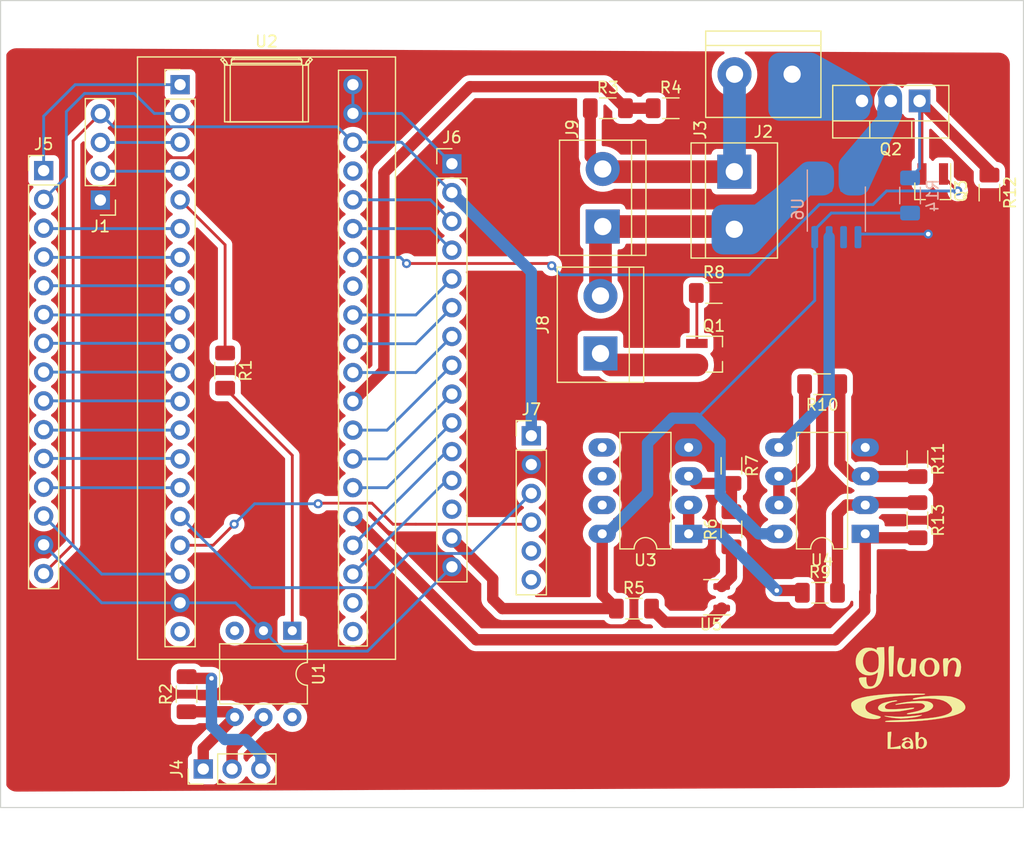
<source format=kicad_pcb>
(kicad_pcb (version 20211014) (generator pcbnew)
  (layers (0 "F.Cu" signal) (31 "B.Cu" signal) (34 "B.Paste" user) (35 "F.Paste" user) (36 "B.SilkS" user "B.Silkscreen") (37 "F.SilkS" user "F.Silkscreen") (38 "B.Mask" user) (39 "F.Mask" user) (44 "Edge.Cuts" user))
  (net 0 "")
  (net 1 "LIPO_NEG")
  (net 2 "Net-(J1-Pad2)")
  (net 3 "Net-(J1-Pad3)")
  (net 4 "+3V3")
  (net 5 "LIPO_POS")
  (net 6 "V_ESC_N")
  (net 7 "ESC_PWM")
  (net 8 "ESC_5V")
  (net 9 "ESC_GND")
  (net 10 "PB12")
  (net 11 "PB13")
  (net 12 "PA9")
  (net 13 "PA10")
  (net 14 "PA11")
  (net 15 "PA12")
  (net 16 "PA15")
  (net 17 "PA3")
  (net 18 "PB5")
  (net 19 "PB6")
  (net 20 "PB7")
  (net 21 "+5V")
  (net 22 "PB11")
  (net 23 "PB10")
  (net 24 "PA7")
  (net 25 "PA6")
  (net 26 "PA5")
  (net 27 "PA2")
  (net 28 "PA1")
  (net 29 "PC15")
  (net 30 "PC14")
  (net 31 "PC13")
  (net 32 "INA_SCL")
  (net 33 "INA_SDA")
  (net 36 "Net-(J8-Pad1)")
  (net 37 "LOW_PATH_ACT")
  (net 38 "Net-(Q2-Pad1)")
  (net 39 "Net-(Q2-Pad2)")
  (net 40 "HIGH_PATH_ACT")
  (net 41 "PWM_TO_ESC")
  (net 42 "Net-(R1-Pad2)")
  (net 43 "V_FEEDBACK")
  (net 44 "Net-(R5-Pad2)")
  (net 45 "Net-(R6-Pad2)")
  (net 46 "Net-(R9-Pad1)")
  (net 47 "Net-(R13-Pad1)")
  (net 48 "Net-(R10-Pad1)")
  (net 49 "Net-(R10-Pad2)")
  (net 50 "HIGH_CURRENT_ADC_adap")
  (net 56 "HIGH_CURRENT_ADC")
  (net 61 "PB3")
  (net 62 "PB4")
  (footprint "Resistor_SMD:R_1206_3216Metric_Pad1.30x1.75mm_HandSolder" (layer "F.Cu") (at 179 67.15 -90)
    (fp_text reference "R12" (at 0 -1.82 90) (layer "F.SilkS"))
    (fp_text value "100k")
    (pad "1" smd roundrect (at -1.55 0 270) (size 1.3 1.75) (layers "F.Cu" "F.Paste" "F.Mask") (roundrect_rratio 0.192308) (net 38 "Net-(Q2-Pad1)"))
    (pad "2" smd roundrect (at 1.55 0 270) (size 1.3 1.75) (layers "F.Cu" "F.Paste" "F.Mask") (roundrect_rratio 0.192308) (net 1 "LIPO_NEG"))
  )
  (footprint "Package_DIP:DIP-8_W7.62mm_LongPads" (layer "F.Cu") (at 152.475 97.25 180)
    (fp_text reference "U3" (at 3.81 -2.33) (layer "F.SilkS"))
    (fp_text value "LM358")
    (pad "1" thru_hole rect (at 0 0 180) (size 2.4 1.6) (drill 0.8) (layers *.Cu *.Mask) (net 46 "Net-(R9-Pad1)"))
    (pad "2" thru_hole oval (at 0 2.54 180) (size 2.4 1.6) (drill 0.8) (layers *.Cu *.Mask) (net 46 "Net-(R9-Pad1)"))
    (pad "3" thru_hole oval (at 0 5.08 180) (size 2.4 1.6) (drill 0.8) (layers *.Cu *.Mask) (net 45 "Net-(R6-Pad2)"))
    (pad "4" thru_hole oval (at 0 7.62 180) (size 2.4 1.6) (drill 0.8) (layers *.Cu *.Mask) (net 1 "LIPO_NEG"))
    (pad "5" thru_hole oval (at 7.62 7.62 180) (size 2.4 1.6) (drill 0.8) (layers *.Cu *.Mask))
    (pad "6" thru_hole oval (at 7.62 5.08 180) (size 2.4 1.6) (drill 0.8) (layers *.Cu *.Mask))
    (pad "7" thru_hole oval (at 7.62 2.54 180) (size 2.4 1.6) (drill 0.8) (layers *.Cu *.Mask))
    (pad "8" thru_hole oval (at 7.62 0 180) (size 2.4 1.6) (drill 0.8) (layers *.Cu *.Mask) (net 21 "+5V"))
  )
  (footprint "Resistor_SMD:R_1206_3216Metric_Pad1.30x1.75mm_HandSolder" (layer "F.Cu") (at 164.05 102.45)
    (fp_text reference "R9" (at 0 -1.82) (layer "F.SilkS"))
    (fp_text value "20k")
    (pad "1" smd roundrect (at -1.55 0) (size 1.3 1.75) (layers "F.Cu" "F.Paste" "F.Mask") (roundrect_rratio 0.192308) (net 46 "Net-(R9-Pad1)"))
    (pad "2" smd roundrect (at 1.55 0) (size 1.3 1.75) (layers "F.Cu" "F.Paste" "F.Mask") (roundrect_rratio 0.192308) (net 47 "Net-(R13-Pad1)"))
  )
  (footprint "Package_TO_SOT_SMD:SOT-23_Handsoldering" (layer "F.Cu") (at 154.7 81.4)
    (fp_text reference "Q1" (at 0 -2.5) (layer "F.SilkS"))
    (fp_text value "IRLML2502")
    (pad "1" smd rect (at -1.5 -0.95) (size 1.9 0.8) (layers "F.Cu" "F.Paste" "F.Mask") (net 37 "LOW_PATH_ACT"))
    (pad "2" smd rect (at -1.5 0.95) (size 1.9 0.8) (layers "F.Cu" "F.Paste" "F.Mask") (net 36 "Net-(J8-Pad1)"))
    (pad "3" smd rect (at 1.5 0) (size 1.9 0.8) (layers "F.Cu" "F.Paste" "F.Mask") (net 1 "LIPO_NEG"))
  )
  (footprint "Package_DIP:DIP-6_W7.62mm" (layer "F.Cu") (at 117.525 105.8 -90)
    (fp_text reference "U1" (at 3.81 -2.33 90) (layer "F.SilkS"))
    (fp_text value "4N25")
    (pad "1" thru_hole rect (at 0 0 270) (size 1.6 1.6) (drill 0.8) (layers *.Cu *.Mask) (net 42 "Net-(R1-Pad2)"))
    (pad "2" thru_hole oval (at 0 2.54 270) (size 1.6 1.6) (drill 0.8) (layers *.Cu *.Mask) (net 1 "LIPO_NEG"))
    (pad "3" thru_hole oval (at 0 5.08 270) (size 1.6 1.6) (drill 0.8) (layers *.Cu *.Mask))
    (pad "4" thru_hole oval (at 7.62 5.08 270) (size 1.6 1.6) (drill 0.8) (layers *.Cu *.Mask) (net 7 "ESC_PWM"))
    (pad "5" thru_hole oval (at 7.62 2.54 270) (size 1.6 1.6) (drill 0.8) (layers *.Cu *.Mask) (net 8 "ESC_5V"))
    (pad "6" thru_hole oval (at 7.62 0 270) (size 1.6 1.6) (drill 0.8) (layers *.Cu *.Mask))
  )
  (footprint "Connector_PinHeader_2.54mm:PinHeader_1x06_P2.54mm_Vertical" (layer "F.Cu") (at 138.6 88.6)
    (fp_text reference "J7" (at 0 -2.33) (layer "F.SilkS"))
    (fp_text value "UNA219_IF")
    (pad "1" thru_hole rect (at 0 0) (size 1.7 1.7) (drill 1) (layers *.Cu *.Mask) (net 4 "+3V3"))
    (pad "2" thru_hole oval (at 0 2.54) (size 1.7 1.7) (drill 1) (layers *.Cu *.Mask) (net 1 "LIPO_NEG"))
    (pad "3" thru_hole oval (at 0 5.08) (size 1.7 1.7) (drill 1) (layers *.Cu *.Mask) (net 32 "INA_SCL"))
    (pad "4" thru_hole oval (at 0 7.62) (size 1.7 1.7) (drill 1) (layers *.Cu *.Mask) (net 33 "INA_SDA"))
    (pad "5" thru_hole oval (at 0 10.16) (size 1.7 1.7) (drill 1) (layers *.Cu *.Mask))
    (pad "6" thru_hole oval (at 0 12.7) (size 1.7 1.7) (drill 1) (layers *.Cu *.Mask))
  )
  (footprint "Connector_PinHeader_2.54mm:PinHeader_1x04_P2.54mm_Vertical" (layer "F.Cu") (at 100.6 67.8 180)
    (fp_text reference "J1" (at 0 -2.33) (layer "F.SilkS"))
    (fp_text value "LoadCell")
    (pad "1" thru_hole rect (at 0 0 180) (size 1.7 1.7) (drill 1) (layers *.Cu *.Mask) (net 1 "LIPO_NEG"))
    (pad "2" thru_hole oval (at 0 2.54 180) (size 1.7 1.7) (drill 1) (layers *.Cu *.Mask) (net 2 "Net-(J1-Pad2)"))
    (pad "3" thru_hole oval (at 0 5.08 180) (size 1.7 1.7) (drill 1) (layers *.Cu *.Mask) (net 3 "Net-(J1-Pad3)"))
    (pad "4" thru_hole oval (at 0 7.62 180) (size 1.7 1.7) (drill 1) (layers *.Cu *.Mask) (net 4 "+3V3"))
  )
  (footprint "Connector_PinHeader_2.54mm:PinHeader_1x15_P2.54mm_Vertical" (layer "F.Cu") (at 131.6 64.6)
    (fp_text reference "J6" (at 0 -2.33) (layer "F.SilkS"))
    (fp_text value "H2")
    (pad "1" thru_hole rect (at 0 0) (size 1.7 1.7) (drill 1) (layers *.Cu *.Mask) (net 1 "LIPO_NEG"))
    (pad "2" thru_hole oval (at 0 2.54) (size 1.7 1.7) (drill 1) (layers *.Cu *.Mask) (net 4 "+3V3"))
    (pad "3" thru_hole oval (at 0 5.08) (size 1.7 1.7) (drill 1) (layers *.Cu *.Mask) (net 22 "PB11"))
    (pad "4" thru_hole oval (at 0 7.62) (size 1.7 1.7) (drill 1) (layers *.Cu *.Mask) (net 23 "PB10"))
    (pad "5" thru_hole oval (at 0 10.16) (size 1.7 1.7) (drill 1) (layers *.Cu *.Mask) (net 24 "PA7"))
    (pad "6" thru_hole oval (at 0 12.7) (size 1.7 1.7) (drill 1) (layers *.Cu *.Mask) (net 25 "PA6"))
    (pad "7" thru_hole oval (at 0 15.24) (size 1.7 1.7) (drill 1) (layers *.Cu *.Mask) (net 26 "PA5"))
    (pad "8" thru_hole oval (at 0 17.78) (size 1.7 1.7) (drill 1) (layers *.Cu *.Mask) (net 17 "PA3"))
    (pad "9" thru_hole oval (at 0 20.32) (size 1.7 1.7) (drill 1) (layers *.Cu *.Mask) (net 27 "PA2"))
    (pad "10" thru_hole oval (at 0 22.86) (size 1.7 1.7) (drill 1) (layers *.Cu *.Mask) (net 28 "PA1"))
    (pad "11" thru_hole oval (at 0 25.4) (size 1.7 1.7) (drill 1) (layers *.Cu *.Mask) (net 29 "PC15"))
    (pad "12" thru_hole oval (at 0 27.94) (size 1.7 1.7) (drill 1) (layers *.Cu *.Mask) (net 30 "PC14"))
    (pad "13" thru_hole oval (at 0 30.48) (size 1.7 1.7) (drill 1) (layers *.Cu *.Mask) (net 31 "PC13"))
    (pad "14" thru_hole oval (at 0 33.02) (size 1.7 1.7) (drill 1) (layers *.Cu *.Mask) (net 21 "+5V"))
    (pad "15" thru_hole oval (at 0 35.56) (size 1.7 1.7) (drill 1) (layers *.Cu *.Mask) (net 1 "LIPO_NEG"))
  )
  (footprint "TerminalBlock:TerminalBlock_bornier-2_P5.08mm" (layer "F.Cu") (at 156.5 65.3 -90)
    (fp_text reference "J3" (at -3.7 3 90) (layer "F.SilkS"))
    (fp_text value "ALIM_ESC")
    (pad "1" thru_hole rect (at 0 0 270) (size 3 3) (drill 1.52) (layers *.Cu *.Mask) (net 5 "LIPO_POS"))
    (pad "2" thru_hole circle (at 5.08 0 270) (size 3 3) (drill 1.52) (layers *.Cu *.Mask) (net 6 "V_ESC_N"))
  )
  (footprint "STM32_Blue_Pill:LogoGluon_12mm" (layer "F.Cu") (at 171.8 111.4)
    (fp_text reference "G***" hide)
    (fp_text value "LOGO" hide)
  )
  (footprint "Resistor_SMD:R_1206_3216Metric_Pad1.30x1.75mm_HandSolder" (layer "F.Cu") (at 145.35 59.7)
    (fp_text reference "R3" (at 0 -1.82) (layer "F.SilkS"))
    (fp_text value "4k7")
    (pad "1" smd roundrect (at -1.55 0) (size 1.3 1.75) (layers "F.Cu" "F.Paste" "F.Mask") (roundrect_rratio 0.192308) (net 5 "LIPO_POS"))
    (pad "2" smd roundrect (at 1.55 0) (size 1.3 1.75) (layers "F.Cu" "F.Paste" "F.Mask") (roundrect_rratio 0.192308) (net 43 "V_FEEDBACK"))
  )
  (footprint "TerminalBlock:TerminalBlock_bornier-2_P5.08mm" (layer "F.Cu") (at 144.9 70.14 90)
    (fp_text reference "J9" (at 8.6 -2.7 90) (layer "F.SilkS"))
    (fp_text value "DC_MOTOR")
    (pad "1" thru_hole rect (at 0 0 90) (size 3 3) (drill 1.52) (layers *.Cu *.Mask) (net 6 "V_ESC_N"))
    (pad "2" thru_hole circle (at 5.08 0 90) (size 3 3) (drill 1.52) (layers *.Cu *.Mask) (net 5 "LIPO_POS"))
  )
  (footprint "Package_DIP:DIP-8_W7.62mm_LongPads" (layer "F.Cu") (at 168.05 97.25 180)
    (fp_text reference "U4" (at 3.81 -2.33) (layer "F.SilkS"))
    (fp_text value "LM358")
    (pad "1" thru_hole rect (at 0 0 180) (size 2.4 1.6) (drill 0.8) (layers *.Cu *.Mask) (net 50 "HIGH_CURRENT_ADC_adap"))
    (pad "2" thru_hole oval (at 0 2.54 180) (size 2.4 1.6) (drill 0.8) (layers *.Cu *.Mask) (net 47 "Net-(R13-Pad1)"))
    (pad "3" thru_hole oval (at 0 5.08 180) (size 2.4 1.6) (drill 0.8) (layers *.Cu *.Mask) (net 48 "Net-(R10-Pad1)"))
    (pad "4" thru_hole oval (at 0 7.62 180) (size 2.4 1.6) (drill 0.8) (layers *.Cu *.Mask) (net 1 "LIPO_NEG"))
    (pad "5" thru_hole oval (at 7.62 7.62 180) (size 2.4 1.6) (drill 0.8) (layers *.Cu *.Mask) (net 56 "HIGH_CURRENT_ADC"))
    (pad "6" thru_hole oval (at 7.62 5.08 180) (size 2.4 1.6) (drill 0.8) (layers *.Cu *.Mask) (net 49 "Net-(R10-Pad2)"))
    (pad "7" thru_hole oval (at 7.62 2.54 180) (size 2.4 1.6) (drill 0.8) (layers *.Cu *.Mask) (net 49 "Net-(R10-Pad2)"))
    (pad "8" thru_hole oval (at 7.62 0 180) (size 2.4 1.6) (drill 0.8) (layers *.Cu *.Mask) (net 21 "+5V"))
  )
  (footprint "Resistor_SMD:R_1206_3216Metric_Pad1.30x1.75mm_HandSolder" (layer "F.Cu") (at 147.65 103.85)
    (fp_text reference "R5" (at 0 -1.82) (layer "F.SilkS"))
    (fp_text value "100")
    (pad "1" smd roundrect (at -1.55 0) (size 1.3 1.75) (layers "F.Cu" "F.Paste" "F.Mask") (roundrect_rratio 0.192308) (net 21 "+5V"))
    (pad "2" smd roundrect (at 1.55 0) (size 1.3 1.75) (layers "F.Cu" "F.Paste" "F.Mask") (roundrect_rratio 0.192308) (net 44 "Net-(R5-Pad2)"))
  )
  (footprint "Package_TO_SOT_SMD:SOT-23" (layer "F.Cu") (at 154.45 102.85 180)
    (fp_text reference "U5" (at 0 -2.4) (layer "F.SilkS"))
    (fp_text value "TL432DBZ")
    (pad "1" smd roundrect (at -0.9375 -0.95 180) (size 1.475 0.6) (layers "F.Cu" "F.Paste" "F.Mask") (net 44 "Net-(R5-Pad2)"))
    (pad "2" smd roundrect (at -0.9375 0.95 180) (size 1.475 0.6) (layers "F.Cu" "F.Paste" "F.Mask") (net 44 "Net-(R5-Pad2)"))
    (pad "3" smd roundrect (at 0.9375 0 180) (size 1.475 0.6) (layers "F.Cu" "F.Paste" "F.Mask") (net 1 "LIPO_NEG"))
  )
  (footprint "Resistor_SMD:R_1206_3216Metric_Pad1.30x1.75mm_HandSolder" (layer "F.Cu") (at 111.6 82.85 -90)
    (fp_text reference "R1" (at 0 -1.82 90) (layer "F.SilkS"))
    (fp_text value "220")
    (pad "1" smd roundrect (at -1.55 0 270) (size 1.3 1.75) (layers "F.Cu" "F.Paste" "F.Mask") (roundrect_rratio 0.192308) (net 41 "PWM_TO_ESC"))
    (pad "2" smd roundrect (at 1.55 0 270) (size 1.3 1.75) (layers "F.Cu" "F.Paste" "F.Mask") (roundrect_rratio 0.192308) (net 42 "Net-(R1-Pad2)"))
  )
  (footprint "Connector_PinHeader_2.54mm:PinHeader_1x15_P2.54mm_Vertical" (layer "F.Cu") (at 95.6 65.2)
    (fp_text reference "J5" (at 0 -2.33) (layer "F.SilkS"))
    (fp_text value "H1")
    (pad "1" thru_hole rect (at 0 0) (size 1.7 1.7) (drill 1) (layers *.Cu *.Mask) (net 10 "PB12"))
    (pad "2" thru_hole oval (at 0 2.54) (size 1.7 1.7) (drill 1) (layers *.Cu *.Mask) (net 11 "PB13"))
    (pad "3" thru_hole oval (at 0 5.08) (size 1.7 1.7) (drill 1) (layers *.Cu *.Mask) (net 12 "PA9"))
    (pad "4" thru_hole oval (at 0 7.62) (size 1.7 1.7) (drill 1) (layers *.Cu *.Mask) (net 13 "PA10"))
    (pad "5" thru_hole oval (at 0 10.16) (size 1.7 1.7) (drill 1) (layers *.Cu *.Mask) (net 14 "PA11"))
    (pad "6" thru_hole oval (at 0 12.7) (size 1.7 1.7) (drill 1) (layers *.Cu *.Mask) (net 15 "PA12"))
    (pad "7" thru_hole oval (at 0 15.24) (size 1.7 1.7) (drill 1) (layers *.Cu *.Mask) (net 16 "PA15"))
    (pad "8" thru_hole oval (at 0 17.78) (size 1.7 1.7) (drill 1) (layers *.Cu *.Mask) (net 61 "PB3"))
    (pad "9" thru_hole oval (at 0 20.32) (size 1.7 1.7) (drill 1) (layers *.Cu *.Mask) (net 62 "PB4"))
    (pad "10" thru_hole oval (at 0 22.86) (size 1.7 1.7) (drill 1) (layers *.Cu *.Mask) (net 18 "PB5"))
    (pad "11" thru_hole oval (at 0 25.4) (size 1.7 1.7) (drill 1) (layers *.Cu *.Mask) (net 19 "PB6"))
    (pad "12" thru_hole oval (at 0 27.94) (size 1.7 1.7) (drill 1) (layers *.Cu *.Mask) (net 20 "PB7"))
    (pad "13" thru_hole oval (at 0 30.48) (size 1.7 1.7) (drill 1) (layers *.Cu *.Mask) (net 21 "+5V"))
    (pad "14" thru_hole oval (at 0 33.02) (size 1.7 1.7) (drill 1) (layers *.Cu *.Mask) (net 1 "LIPO_NEG"))
    (pad "15" thru_hole oval (at 0 35.56) (size 1.7 1.7) (drill 1) (layers *.Cu *.Mask) (net 4 "+3V3"))
  )
  (footprint "Package_TO_SOT_SMD:SOT-23_Handsoldering" (layer "F.Cu") (at 174 67 -90)
    (fp_text reference "Q3" (at 0 -2.5 -270) (layer "F.SilkS"))
    (fp_text value "IRLML2502")
    (pad "1" smd rect (at -1.5 -0.95 270) (size 1.9 0.8) (layers "F.Cu" "F.Paste" "F.Mask") (net 40 "HIGH_PATH_ACT"))
    (pad "2" smd rect (at -1.5 0.95 270) (size 1.9 0.8) (layers "F.Cu" "F.Paste" "F.Mask") (net 38 "Net-(Q2-Pad1)"))
    (pad "3" smd rect (at 1.5 0 270) (size 1.9 0.8) (layers "F.Cu" "F.Paste" "F.Mask") (net 1 "LIPO_NEG"))
  )
  (footprint "Package_TO_SOT_THT:TO-220-3_Vertical" (layer "F.Cu") (at 172.84 59.055 180)
    (fp_text reference "Q2" (at 2.54 -4.27) (layer "F.SilkS"))
    (fp_text value "IRF3808")
    (pad "1" thru_hole rect (at 0 0 180) (size 1.905 2) (drill 1.1) (layers *.Cu *.Mask) (net 38 "Net-(Q2-Pad1)"))
    (pad "2" thru_hole oval (at 2.54 0 180) (size 1.905 2) (drill 1.1) (layers *.Cu *.Mask) (net 39 "Net-(Q2-Pad2)"))
    (pad "3" thru_hole oval (at 5.08 0 180) (size 1.905 2) (drill 1.1) (layers *.Cu *.Mask) (net 1 "LIPO_NEG"))
  )
  (footprint "Resistor_SMD:R_1206_3216Metric_Pad1.30x1.75mm_HandSolder" (layer "F.Cu") (at 150.9 59.7)
    (fp_text reference "R4" (at 0 -1.82) (layer "F.SilkS"))
    (fp_text value "1k")
    (pad "1" smd roundrect (at -1.55 0) (size 1.3 1.75) (layers "F.Cu" "F.Paste" "F.Mask") (roundrect_rratio 0.192308) (net 43 "V_FEEDBACK"))
    (pad "2" smd roundrect (at 1.55 0) (size 1.3 1.75) (layers "F.Cu" "F.Paste" "F.Mask") (roundrect_rratio 0.192308) (net 1 "LIPO_NEG"))
  )
  (footprint "TerminalBlock:TerminalBlock_bornier-2_P5.08mm" (layer "F.Cu") (at 161.6 56.7 180)
    (fp_text reference "J2" (at 2.54 -5.08) (layer "F.SilkS"))
    (fp_text value "FROM_LIPO")
    (pad "1" thru_hole rect (at 0 0 180) (size 3 3) (drill 1.52) (layers *.Cu *.Mask) (net 1 "LIPO_NEG"))
    (pad "2" thru_hole circle (at 5.08 0 180) (size 3 3) (drill 1.52) (layers *.Cu *.Mask) (net 5 "LIPO_POS"))
  )
  (footprint "Resistor_SMD:R_1206_3216Metric_Pad1.30x1.75mm_HandSolder" (layer "F.Cu") (at 156.25 96.85 90)
    (fp_text reference "R6" (at 0 -1.82 90) (layer "F.SilkS"))
    (fp_text value "1k")
    (pad "1" smd roundrect (at -1.55 0 90) (size 1.3 1.75) (layers "F.Cu" "F.Paste" "F.Mask") (roundrect_rratio 0.192308) (net 44 "Net-(R5-Pad2)"))
    (pad "2" smd roundrect (at 1.55 0 90) (size 1.3 1.75) (layers "F.Cu" "F.Paste" "F.Mask") (roundrect_rratio 0.192308) (net 45 "Net-(R6-Pad2)"))
  )
  (footprint "Resistor_SMD:R_1206_3216Metric_Pad1.30x1.75mm_HandSolder" (layer "F.Cu") (at 156.25 91.25 -90)
    (fp_text reference "R7" (at 0 -1.82 90) (layer "F.SilkS"))
    (fp_text value "4k7")
    (pad "1" smd roundrect (at -1.55 0 270) (size 1.3 1.75) (layers "F.Cu" "F.Paste" "F.Mask") (roundrect_rratio 0.192308) (net 1 "LIPO_NEG"))
    (pad "2" smd roundrect (at 1.55 0 270) (size 1.3 1.75) (layers "F.Cu" "F.Paste" "F.Mask") (roundrect_rratio 0.192308) (net 45 "Net-(R6-Pad2)"))
  )
  (footprint "Connector_PinHeader_2.54mm:PinHeader_1x03_P2.54mm_Vertical" (layer "F.Cu") (at 109.675 118 90)
    (fp_text reference "J4" (at 0 -2.33 90) (layer "F.SilkS"))
    (fp_text value "ESC_PWM_CONTROL")
    (pad "1" thru_hole rect (at 0 0 90) (size 1.7 1.7) (drill 1) (layers *.Cu *.Mask) (net 7 "ESC_PWM"))
    (pad "2" thru_hole oval (at 0 2.54 90) (size 1.7 1.7) (drill 1) (layers *.Cu *.Mask) (net 8 "ESC_5V"))
    (pad "3" thru_hole oval (at 0 5.08 90) (size 1.7 1.7) (drill 1) (layers *.Cu *.Mask) (net 9 "ESC_GND"))
  )
  (footprint "Resistor_SMD:R_1206_3216Metric_Pad1.30x1.75mm_HandSolder" (layer "F.Cu") (at 164.25 84.05 180)
    (fp_text reference "R10" (at 0 -1.82) (layer "F.SilkS"))
    (fp_text value "20k")
    (pad "1" smd roundrect (at -1.55 0 180) (size 1.3 1.75) (layers "F.Cu" "F.Paste" "F.Mask") (roundrect_rratio 0.192308) (net 48 "Net-(R10-Pad1)"))
    (pad "2" smd roundrect (at 1.55 0 180) (size 1.3 1.75) (layers "F.Cu" "F.Paste" "F.Mask") (roundrect_rratio 0.192308) (net 49 "Net-(R10-Pad2)"))
  )
  (footprint "Resistor_SMD:R_1206_3216Metric_Pad1.30x1.75mm_HandSolder" (layer "F.Cu") (at 172.65 96.05 -90)
    (fp_text reference "R13" (at 0 -1.82 90) (layer "F.SilkS"))
    (fp_text value "20k")
    (pad "1" smd roundrect (at -1.55 0 270) (size 1.3 1.75) (layers "F.Cu" "F.Paste" "F.Mask") (roundrect_rratio 0.192308) (net 47 "Net-(R13-Pad1)"))
    (pad "2" smd roundrect (at 1.55 0 270) (size 1.3 1.75) (layers "F.Cu" "F.Paste" "F.Mask") (roundrect_rratio 0.192308) (net 50 "HIGH_CURRENT_ADC_adap"))
  )
  (footprint "Resistor_SMD:R_1206_3216Metric_Pad1.30x1.75mm_HandSolder" (layer "F.Cu") (at 108.2 111.4 90)
    (fp_text reference "R2" (at 0 -1.82 90) (layer "F.SilkS"))
    (fp_text value "1k")
    (pad "1" smd roundrect (at -1.55 0 90) (size 1.3 1.75) (layers "F.Cu" "F.Paste" "F.Mask") (roundrect_rratio 0.192308) (net 7 "ESC_PWM"))
    (pad "2" smd roundrect (at 1.55 0 90) (size 1.3 1.75) (layers "F.Cu" "F.Paste" "F.Mask") (roundrect_rratio 0.192308) (net 9 "ESC_GND"))
  )
  (footprint "Resistor_SMD:R_1206_3216Metric_Pad1.30x1.75mm_HandSolder" (layer "F.Cu") (at 172.65 90.65 -90)
    (fp_text reference "R11" (at 0 -1.82 90) (layer "F.SilkS"))
    (fp_text value "20k")
    (pad "1" smd roundrect (at -1.55 0 270) (size 1.3 1.75) (layers "F.Cu" "F.Paste" "F.Mask") (roundrect_rratio 0.192308) (net 1 "LIPO_NEG"))
    (pad "2" smd roundrect (at 1.55 0 270) (size 1.3 1.75) (layers "F.Cu" "F.Paste" "F.Mask") (roundrect_rratio 0.192308) (net 48 "Net-(R10-Pad1)"))
  )
  (footprint "STM32_Blue_Pill:YAAJ_BluePill_1b" (layer "F.Cu") (at 107.63 57.62)
    (fp_text reference "U2" (at 7.62 -3.81) (layer "F.SilkS"))
    (fp_text value "YAAJ_BluePill_Part_Like" hide)
    (pad "1" thru_hole rect locked (at 0 0) (size 1.7 1.7) (drill 1) (layers *.Cu *.Mask) (net 10 "PB12"))
    (pad "2" thru_hole circle locked (at 0 2.54) (size 1.7 1.7) (drill 1) (layers *.Cu *.Mask) (net 11 "PB13"))
    (pad "3" thru_hole circle locked (at 0 5.08) (size 1.7 1.7) (drill 1) (layers *.Cu *.Mask) (net 3 "Net-(J1-Pad3)"))
    (pad "4" thru_hole circle locked (at 0 7.62) (size 1.7 1.7) (drill 1) (layers *.Cu *.Mask) (net 2 "Net-(J1-Pad2)"))
    (pad "5" thru_hole circle locked (at 0 10.16) (size 1.7 1.7) (drill 1) (layers *.Cu *.Mask) (net 41 "PWM_TO_ESC"))
    (pad "6" thru_hole circle locked (at 0 12.7) (size 1.7 1.7) (drill 1) (layers *.Cu *.Mask) (net 12 "PA9"))
    (pad "7" thru_hole circle locked (at 0 15.24) (size 1.7 1.7) (drill 1) (layers *.Cu *.Mask) (net 13 "PA10"))
    (pad "8" thru_hole circle locked (at 0 17.78) (size 1.7 1.7) (drill 1) (layers *.Cu *.Mask) (net 14 "PA11"))
    (pad "9" thru_hole circle locked (at 0 20.32) (size 1.7 1.7) (drill 1) (layers *.Cu *.Mask) (net 15 "PA12"))
    (pad "10" thru_hole circle locked (at 0 22.86) (size 1.7 1.7) (drill 1) (layers *.Cu *.Mask) (net 16 "PA15"))
    (pad "11" thru_hole circle locked (at 0 25.4) (size 1.7 1.7) (drill 1) (layers *.Cu *.Mask) (net 61 "PB3"))
    (pad "12" thru_hole circle locked (at 0 27.94) (size 1.7 1.7) (drill 1) (layers *.Cu *.Mask) (net 62 "PB4"))
    (pad "13" thru_hole circle locked (at 0 30.48) (size 1.7 1.7) (drill 1) (layers *.Cu *.Mask) (net 18 "PB5"))
    (pad "14" thru_hole circle locked (at 0 33.02) (size 1.7 1.7) (drill 1) (layers *.Cu *.Mask) (net 19 "PB6"))
    (pad "15" thru_hole circle locked (at 0 35.56) (size 1.7 1.7) (drill 1) (layers *.Cu *.Mask) (net 20 "PB7"))
    (pad "16" thru_hole circle locked (at 0 38.1) (size 1.7 1.7) (drill 1) (layers *.Cu *.Mask) (net 32 "INA_SCL"))
    (pad "17" thru_hole circle locked (at 0 40.64) (size 1.7 1.7) (drill 1) (layers *.Cu *.Mask) (net 33 "INA_SDA"))
    (pad "18" thru_hole circle locked (at 0 43.18) (size 1.7 1.7) (drill 1) (layers *.Cu *.Mask) (net 21 "+5V"))
    (pad "19" thru_hole circle locked (at 0 45.72) (size 1.7 1.7) (drill 1) (layers *.Cu *.Mask) (net 1 "LIPO_NEG"))
    (pad "20" thru_hole circle locked (at 0 48.26) (size 1.7 1.7) (drill 1) (layers *.Cu *.Mask))
    (pad "21" thru_hole circle locked (at 15.24 48.26) (size 1.7 1.7) (drill 1) (layers *.Cu *.Mask))
    (pad "22" thru_hole circle locked (at 15.24 45.72) (size 1.7 1.7) (drill 1) (layers *.Cu *.Mask) (net 31 "PC13"))
    (pad "23" thru_hole circle locked (at 15.24 43.18) (size 1.7 1.7) (drill 1) (layers *.Cu *.Mask) (net 30 "PC14"))
    (pad "24" thru_hole circle locked (at 15.24 40.64) (size 1.7 1.7) (drill 1) (layers *.Cu *.Mask) (net 29 "PC15"))
    (pad "25" thru_hole circle locked (at 15.24 38.1) (size 1.7 1.7) (drill 1) (layers *.Cu *.Mask) (net 50 "HIGH_CURRENT_ADC_adap"))
    (pad "26" thru_hole circle locked (at 15.24 35.56) (size 1.7 1.7) (drill 1) (layers *.Cu *.Mask) (net 28 "PA1"))
    (pad "27" thru_hole circle locked (at 15.24 33.02) (size 1.7 1.7) (drill 1) (layers *.Cu *.Mask) (net 27 "PA2"))
    (pad "28" thru_hole circle locked (at 15.24 30.48) (size 1.7 1.7) (drill 1) (layers *.Cu *.Mask) (net 17 "PA3"))
    (pad "29" thru_hole circle locked (at 15.24 27.94) (size 1.7 1.7) (drill 1) (layers *.Cu *.Mask) (net 43 "V_FEEDBACK"))
    (pad "30" thru_hole circle locked (at 15.24 25.4) (size 1.7 1.7) (drill 1) (layers *.Cu *.Mask) (net 26 "PA5"))
    (pad "31" thru_hole circle locked (at 15.24 22.86) (size 1.7 1.7) (drill 1) (layers *.Cu *.Mask) (net 25 "PA6"))
    (pad "32" thru_hole circle locked (at 15.24 20.32) (size 1.7 1.7) (drill 1) (layers *.Cu *.Mask) (net 24 "PA7"))
    (pad "33" thru_hole circle locked (at 15.24 17.78) (size 1.7 1.7) (drill 1) (layers *.Cu *.Mask) (net 37 "LOW_PATH_ACT"))
    (pad "34" thru_hole circle locked (at 15.24 15.24) (size 1.7 1.7) (drill 1) (layers *.Cu *.Mask) (net 40 "HIGH_PATH_ACT"))
    (pad "35" thru_hole circle locked (at 15.24 12.7) (size 1.7 1.7) (drill 1) (layers *.Cu *.Mask) (net 23 "PB10"))
    (pad "36" thru_hole circle locked (at 15.24 10.16) (size 1.7 1.7) (drill 1) (layers *.Cu *.Mask) (net 22 "PB11"))
    (pad "37" thru_hole circle locked (at 15.24 7.62) (size 1.7 1.7) (drill 1) (layers *.Cu *.Mask))
    (pad "38" thru_hole circle locked (at 15.24 5.08) (size 1.7 1.7) (drill 1) (layers *.Cu *.Mask) (net 4 "+3V3"))
    (pad "39" thru_hole circle locked (at 15.24 2.54) (size 1.7 1.7) (drill 1) (layers *.Cu *.Mask) (net 1 "LIPO_NEG"))
    (pad "40" thru_hole circle locked (at 15.24 0) (size 1.7 1.7) (drill 1) (layers *.Cu *.Mask) (net 1 "LIPO_NEG"))
  )
  (footprint "TerminalBlock:TerminalBlock_bornier-2_P5.08mm" (layer "F.Cu") (at 144.7 81.34 90)
    (fp_text reference "J8" (at 2.54 -5.08 90) (layer "F.SilkS"))
    (fp_text value "INA219_CURRENT")
    (pad "1" thru_hole rect (at 0 0 90) (size 3 3) (drill 1.52) (layers *.Cu *.Mask) (net 36 "Net-(J8-Pad1)"))
    (pad "2" thru_hole circle (at 5.08 0 90) (size 3 3) (drill 1.52) (layers *.Cu *.Mask) (net 6 "V_ESC_N"))
  )
  (footprint "Resistor_SMD:R_1206_3216Metric_Pad1.30x1.75mm_HandSolder" (layer "F.Cu") (at 154.7 76)
    (fp_text reference "R8" (at 0 -1.82) (layer "F.SilkS"))
    (fp_text value "10k")
    (pad "1" smd roundrect (at -1.55 0) (size 1.3 1.75) (layers "F.Cu" "F.Paste" "F.Mask") (roundrect_rratio 0.192308) (net 37 "LOW_PATH_ACT"))
    (pad "2" smd roundrect (at 1.55 0) (size 1.3 1.75) (layers "F.Cu" "F.Paste" "F.Mask") (roundrect_rratio 0.192308) (net 1 "LIPO_NEG"))
  )
  (footprint "Package_SO:SOIC-8_3.9x4.9mm_P1.27mm" (layer "B.Cu") (at 165.5 68.6 -90)
    (fp_text reference "U6" (at 0 3.4 90) (layer "B.SilkS") (effects (justify mirror)))
    (fp_text value "ACS712xLCTR-20A")
    (pad "1" smd roundrect (at -2.475 1.905 270) (size 1.95 0.6) (layers "B.Cu" "B.Paste" "B.Mask") (net 6 "V_ESC_N"))
    (pad "2" smd roundrect (at -2.475 0.635 270) (size 1.95 0.6) (layers "B.Cu" "B.Paste" "B.Mask") (net 6 "V_ESC_N"))
    (pad "3" smd roundrect (at -2.475 -0.635 270) (size 1.95 0.6) (layers "B.Cu" "B.Paste" "B.Mask") (net 39 "Net-(Q2-Pad2)"))
    (pad "4" smd roundrect (at -2.475 -1.905 270) (size 1.95 0.6) (layers "B.Cu" "B.Paste" "B.Mask") (net 39 "Net-(Q2-Pad2)"))
    (pad "5" smd roundrect (at 2.475 -1.905 270) (size 1.95 0.6) (layers "B.Cu" "B.Paste" "B.Mask") (net 1 "LIPO_NEG"))
    (pad "6" smd roundrect (at 2.475 -0.635 270) (size 1.95 0.6) (layers "B.Cu" "B.Paste" "B.Mask"))
    (pad "7" smd roundrect (at 2.475 0.635 270) (size 1.95 0.6) (layers "B.Cu" "B.Paste" "B.Mask") (net 56 "HIGH_CURRENT_ADC"))
    (pad "8" smd roundrect (at 2.475 1.905 270) (size 1.95 0.6) (layers "B.Cu" "B.Paste" "B.Mask") (net 21 "+5V"))
  )
  (footprint "Resistor_SMD:R_1206_3216Metric_Pad1.30x1.75mm_HandSolder" (layer "B.Cu") (at 172 67.4 90)
    (fp_text reference "R14" (at 0 2 90) (layer "B.SilkS") (effects (justify mirror)))
    (fp_text value "1K")
    (pad "1" smd roundrect (at -1.55 0 90) (size 1.3 1.75) (layers "B.Cu" "B.Paste" "B.Mask") (roundrect_rratio 0.192308) (net 21 "+5V"))
    (pad "2" smd roundrect (at 1.55 0 90) (size 1.3 1.75) (layers "B.Cu" "B.Paste" "B.Mask") (roundrect_rratio 0.192308) (net 38 "Net-(Q2-Pad1)"))
  )
  (gr_rect (start 91.8 50.2) (end 182 121.4) (layer "Edge.Cuts") (width 0.1) (fill none))
  (segment (start 152.475 89.63) (end 151.87 89.63) (width 1) (layer "F.Cu") (net 1))
  (segment (start 152.545 89.7) (end 152.475 89.63) (width 1) (layer "F.Cu") (net 1))
  (segment (start 161.6 76) (end 161.6 56.7) (width 2) (layer "F.Cu") (net 1))
  (segment (start 169.1 68.5) (end 161.6 76) (width 2) (layer "F.Cu") (net 1))
  (segment (start 151.87 89.63) (end 149.45 92.05) (width 1) (layer "F.Cu") (net 1))
  (segment (start 156.25 89.7) (end 156.25 81.45) (width 1) (layer "F.Cu") (net 1))
  (segment (start 174 68.5) (end 169.1 68.5) (width 2) (layer "F.Cu") (net 1))
  (segment (start 174.2 68.7) (end 174 68.5) (width 1) (layer "F.Cu") (net 1))
  (segment (start 156.25 89.7) (end 152.545 89.7) (width 1) (layer "F.Cu") (net 1))
  (segment (start 100.6 67.8) (end 104.335 64.065) (width 0.25) (layer "F.Cu") (net 1))
  (segment (start 156.2 81.4) (end 161.6 76) (width 2) (layer "F.Cu") (net 1))
  (segment (start 118.965 64.065) (end 122.87 60.16) (width 0.25) (layer "F.Cu") (net 1))
  (segment (start 152.45 59.7) (end 158.6 59.7) (width 2) (layer "F.Cu") (net 1))
  (segment (start 156.25 81.45) (end 156.2 81.4) (width 1) (layer "F.Cu") (net 1))
  (segment (start 149.45 92.05) (end 149.45 98.7875) (width 1) (layer "F.Cu") (net 1))
  (segment (start 104.335 64.065) (end 118.965 64.065) (width 0.25) (layer "F.Cu") (net 1))
  (segment (start 172.65 89.1) (end 168.58 89.1) (width 1) (layer "F.Cu") (net 1))
  (segment (start 173.6 70.8) (end 173.6 68.9) (width 0.25) (layer "F.Cu") (net 1))
  (segment (start 179 68.7) (end 174.2 68.7) (width 1) (layer "F.Cu") (net 1))
  (segment (start 156.2 76.05) (end 156.25 76) (width 2) (layer "F.Cu") (net 1))
  (segment (start 158.6 59.7) (end 161.6 56.7) (width 2) (layer "F.Cu") (net 1))
  (segment (start 149.45 98.7875) (end 153.5125 102.85) (width 1) (layer "F.Cu") (net 1))
  (segment (start 168.58 89.1) (end 168.05 89.63) (width 1) (layer "F.Cu") (net 1))
  (segment (start 156.2 81.4) (end 156.2 76.05) (width 2) (layer "F.Cu") (net 1))
  (segment (start 173.6 68.9) (end 174 68.5) (width 0.25) (layer "F.Cu") (net 1))
  (via (at 173.6 70.8) (size 0.8) (drill 0.4) (layers "F.Cu" "B.Cu") (net 1))
  (segment (start 122.87 57.62) (end 122.87 60.16) (width 0.25) (layer "B.Cu") (net 1))
  (segment (start 112.525 103.34) (end 114.985 105.8) (width 0.25) (layer "B.Cu") (net 1))
  (segment (start 124.16 107.6) (end 131.6 100.16) (width 0.25) (layer "B.Cu") (net 1))
  (segment (start 114.985 105.8) (end 116.785 107.6) (width 0.25) (layer "B.Cu") (net 1))
  (segment (start 100.72 103.34) (end 95.6 98.22) (width 0.25) (layer "B.Cu") (net 1))
  (segment (start 167.405 71.075) (end 167.68 70.8) (width 0.25) (layer "B.Cu") (net 1))
  (segment (start 107.63 103.34) (end 112.525 103.34) (width 0.25) (layer "B.Cu") (net 1))
  (segment (start 122.87 60.16) (end 127.16 60.16) (width 0.25) (layer "B.Cu") (net 1))
  (segment (start 107.63 103.34) (end 100.72 103.34) (width 0.25) (layer "B.Cu") (net 1))
  (segment (start 116.785 107.6) (end 124.16 107.6) (width 0.25) (layer "B.Cu") (net 1))
  (segment (start 127.16 60.16) (end 131.6 64.6) (width 0.25) (layer "B.Cu") (net 1))
  (segment (start 167.68 70.8) (end 173.6 70.8) (width 0.25) (layer "B.Cu") (net 1))
  (segment (start 100.6 65.26) (end 107.61 65.26) (width 0.25) (layer "B.Cu") (net 2))
  (segment (start 107.61 65.26) (end 107.63 65.24) (width 0.25) (layer "B.Cu") (net 2))
  (segment (start 100.6 62.72) (end 107.61 62.72) (width 0.25) (layer "B.Cu") (net 3))
  (segment (start 107.61 62.72) (end 107.63 62.7) (width 0.25) (layer "B.Cu") (net 3))
  (segment (start 98.2 98.16) (end 98.2 62.58) (width 0.25) (layer "F.Cu") (net 4))
  (segment (start 98.2 62.58) (end 100.6 60.18) (width 0.25) (layer "F.Cu") (net 4))
  (segment (start 95.6 100.76) (end 98.2 98.16) (width 0.25) (layer "F.Cu") (net 4))
  (segment (start 138.6 88.6) (end 138.6 74.14) (width 1) (layer "B.Cu") (net 4))
  (segment (start 101.755 61.335) (end 121.505 61.335) (width 0.25) (layer "B.Cu") (net 4))
  (segment (start 100.6 60.18) (end 101.755 61.335) (width 0.25) (layer "B.Cu") (net 4))
  (segment (start 122.87 62.7) (end 127.16 62.7) (width 0.25) (layer "B.Cu") (net 4))
  (segment (start 127.16 62.7) (end 131.6 67.14) (width 0.25) (layer "B.Cu") (net 4))
  (segment (start 121.505 61.335) (end 122.87 62.7) (width 0.25) (layer "B.Cu") (net 4))
  (segment (start 138.6 74.14) (end 131.6 67.14) (width 1) (layer "B.Cu") (net 4))
  (segment (start 156.5 65.3) (end 145.14 65.3) (width 2) (layer "F.Cu") (net 5))
  (segment (start 156.52 65.28) (end 156.5 65.3) (width 2) (layer "F.Cu") (net 5))
  (segment (start 143.8 59.7) (end 143.8 63.96) (width 1) (layer "F.Cu") (net 5))
  (segment (start 145.14 65.3) (end 144.9 65.06) (width 2) (layer "F.Cu") (net 5))
  (segment (start 143.8 63.96) (end 144.9 65.06) (width 1) (layer "F.Cu") (net 5))
  (segment (start 156.52 56.7) (end 156.52 65.28) (width 2) (layer "B.Cu") (net 5))
  (segment (start 156.52 65.28) (end 156.5 65.3) (width 2) (layer "B.Cu") (net 5))
  (segment (start 156.26 70.14) (end 156.5 70.38) (width 2) (layer "F.Cu") (net 6))
  (segment (start 144.9 70.14) (end 144.96 70.14) (width 2) (layer "F.Cu") (net 6))
  (segment (start 144.7 70.4) (end 144.7 76.26) (width 2) (layer "F.Cu") (net 6))
  (segment (start 144.9 70.14) (end 156.26 70.14) (width 2) (layer "F.Cu") (net 6))
  (segment (start 144.96 70.14) (end 144.7 70.4) (width 2) (layer "F.Cu") (net 6))
  (segment (start 144.9 76.06) (end 144.7 76.26) (width 0.25) (layer "F.Cu") (net 6))
  (segment (start 111.975 112.95) (end 112.445 113.42) (width 1) (layer "F.Cu") (net 7))
  (segment (start 108.2 112.95) (end 111.975 112.95) (width 1) (layer "F.Cu") (net 7))
  (segment (start 109.675 116.19) (end 112.445 113.42) (width 1) (layer "F.Cu") (net 7))
  (segment (start 109.675 118) (end 109.675 116.19) (width 1) (layer "F.Cu") (net 7))
  (segment (start 112.215 116.19) (end 114.985 113.42) (width 1) (layer "F.Cu") (net 8))
  (segment (start 112.215 118) (end 112.215 116.19) (width 1) (layer "F.Cu") (net 8))
  (segment (start 110.4 110) (end 108.35 110) (width 1) (layer "F.Cu") (net 9))
  (segment (start 108.35 110) (end 108.2 109.85) (width 1) (layer "F.Cu") (net 9))
  (via (at 110.4 110) (size 0.8) (drill 0.4) (layers "F.Cu" "B.Cu") (net 9))
  (segment (start 113.4 115.4) (end 111.6 115.4) (width 1) (layer "B.Cu") (net 9))
  (segment (start 114.755 116.755) (end 113.4 115.4) (width 1) (layer "B.Cu") (net 9))
  (segment (start 114.755 118) (end 114.755 116.755) (width 1) (layer "B.Cu") (net 9))
  (segment (start 110.4 114.2) (end 110.4 110) (width 1) (layer "B.Cu") (net 9))
  (segment (start 111.6 115.4) (end 110.4 114.2) (width 1) (layer "B.Cu") (net 9))
  (segment (start 98.38 57.62) (end 107.63 57.62) (width 0.25) (layer "B.Cu") (net 10))
  (segment (start 95.6 60.4) (end 98.38 57.62) (width 0.25) (layer "B.Cu") (net 10))
  (segment (start 95.6 65.2) (end 95.6 60.4) (width 0.25) (layer "B.Cu") (net 10))
  (segment (start 97.6 65.74) (end 97.6 60) (width 0.25) (layer "B.Cu") (net 11))
  (segment (start 99.2 58.4) (end 103.6 58.4) (width 0.25) (layer "B.Cu") (net 11))
  (segment (start 95.6 67.74) (end 97.6 65.74) (width 0.25) (layer "B.Cu") (net 11))
  (segment (start 97.6 60) (end 99.2 58.4) (width 0.25) (layer "B.Cu") (net 11))
  (segment (start 105.36 60.16) (end 107.63 60.16) (width 0.25) (layer "B.Cu") (net 11))
  (segment (start 103.6 58.4) (end 105.36 60.16) (width 0.25) (layer "B.Cu") (net 11))
  (segment (start 95.64 70.32) (end 95.6 70.28) (width 0.25) (layer "B.Cu") (net 12))
  (segment (start 107.63 70.32) (end 95.64 70.32) (width 0.25) (layer "B.Cu") (net 12))
  (segment (start 95.64 72.86) (end 95.6 72.82) (width 0.25) (layer "B.Cu") (net 13))
  (segment (start 107.63 72.86) (end 95.64 72.86) (width 0.25) (layer "B.Cu") (net 13))
  (segment (start 95.6 75.36) (end 107.59 75.36) (width 0.25) (layer "B.Cu") (net 14))
  (segment (start 107.59 75.36) (end 107.63 75.4) (width 0.25) (layer "B.Cu") (net 14))
  (segment (start 95.64 77.94) (end 95.6 77.9) (width 0.25) (layer "B.Cu") (net 15))
  (segment (start 107.63 77.94) (end 95.64 77.94) (width 0.25) (layer "B.Cu") (net 15))
  (segment (start 95.6 80.44) (end 107.59 80.44) (width 0.25) (layer "B.Cu") (net 16))
  (segment (start 107.59 80.44) (end 107.63 80.48) (width 0.25) (layer "B.Cu") (net 16))
  (segment (start 122.87 88.1) (end 125.88 88.1) (width 0.25) (layer "B.Cu") (net 17))
  (segment (start 125.88 88.1) (end 131.6 82.38) (width 0.25) (layer "B.Cu") (net 17))
  (segment (start 107.63 88.1) (end 95.64 88.1) (width 0.25) (layer "B.Cu") (net 18))
  (segment (start 95.64 88.1) (end 95.6 88.06) (width 0.25) (layer "B.Cu") (net 18))
  (segment (start 95.6 90.6) (end 107.59 90.6) (width 0.25) (layer "B.Cu") (net 19))
  (segment (start 107.59 90.6) (end 107.63 90.64) (width 0.25) (layer "B.Cu") (net 19))
  (segment (start 107.63 93.18) (end 95.64 93.18) (width 0.25) (layer "B.Cu") (net 20))
  (segment (start 95.64 93.18) (end 95.6 93.14) (width 0.25) (layer "B.Cu") (net 20))
  (segment (start 135.2 101.22) (end 131.6 97.62) (width 1) (layer "F.Cu") (net 21))
  (segment (start 144.855 97.25) (end 144.855 102.605) (width 1) (layer "F.Cu") (net 21))
  (segment (start 135.2 103) (end 135.2 101.22) (width 1) (layer "F.Cu") (net 21))
  (segment (start 144.855 102.605) (end 146.1 103.85) (width 1) (layer "F.Cu") (net 21))
  (segment (start 136.05 103.85) (end 135.2 103) (width 1) (layer "F.Cu") (net 21))
  (segment (start 146.1 103.85) (end 136.05 103.85) (width 1) (layer "F.Cu") (net 21))
  (segment (start 163.595 76.659262) (end 153.204262 87.05) (width 0.25) (layer "B.Cu") (net 21))
  (segment (start 163.595 70.405) (end 163.595 71.075) (width 0.25) (layer "B.Cu") (net 21))
  (segment (start 107.63 100.8) (end 100.72 100.8) (width 0.25) (layer "B.Cu") (net 21))
  (segment (start 148.85 89.25) (end 148.85 93.655) (width 1) (layer "B.Cu") (net 21))
  (segment (start 100.72 100.8) (end 95.6 95.68) (width 0.25) (layer "B.Cu") (net 21))
  (segment (start 158.65 97.25) (end 155.25 93.85) (width 1) (layer "B.Cu") (net 21))
  (segment (start 160.43 97.25) (end 158.65 97.25) (width 1) (layer "B.Cu") (net 21))
  (segment (start 163.595 70.205) (end 163.595 71.075) (width 0.25) (layer "B.Cu") (net 21))
  (segment (start 155.25 89.095738) (end 153.204262 87.05) (width 1) (layer "B.Cu") (net 21))
  (segment (start 151.05 87.05) (end 148.85 89.25) (width 1) (layer "B.Cu") (net 21))
  (segment (start 145.255 97.25) (end 144.855 97.25) (width 1) (layer "B.Cu") (net 21))
  (segment (start 148.85 93.655) (end 145.255 97.25) (width 1) (layer "B.Cu") (net 21))
  (segment (start 153.204262 87.05) (end 151.05 87.05) (width 1) (layer "B.Cu") (net 21))
  (segment (start 155.25 93.85) (end 155.25 89.095738) (width 1) (layer "B.Cu") (net 21))
  (segment (start 172 68.95) (end 165.05 68.95) (width 0.25) (layer "B.Cu") (net 21))
  (segment (start 165.05 68.95) (end 163.595 70.405) (width 0.25) (layer "B.Cu") (net 21))
  (segment (start 163.595 71.075) (end 163.595 76.659262) (width 0.25) (layer "B.Cu") (net 21))
  (segment (start 129.7 67.78) (end 131.6 69.68) (width 0.25) (layer "B.Cu") (net 22))
  (segment (start 122.87 67.78) (end 129.7 67.78) (width 0.25) (layer "B.Cu") (net 22))
  (segment (start 122.87 70.32) (end 129.7 70.32) (width 0.25) (layer "B.Cu") (net 23))
  (segment (start 129.7 70.32) (end 131.6 72.22) (width 0.25) (layer "B.Cu") (net 23))
  (segment (start 122.87 77.94) (end 128.42 77.94) (width 0.25) (layer "B.Cu") (net 24))
  (segment (start 128.42 77.94) (end 131.6 74.76) (width 0.25) (layer "B.Cu") (net 24))
  (segment (start 122.87 80.48) (end 128.42 80.48) (width 0.25) (layer "B.Cu") (net 25))
  (segment (start 128.42 80.48) (end 131.6 77.3) (width 0.25) (layer "B.Cu") (net 25))
  (segment (start 128.42 83.02) (end 131.6 79.84) (width 0.25) (layer "B.Cu") (net 26))
  (segment (start 122.87 83.02) (end 128.42 83.02) (width 0.25) (layer "B.Cu") (net 26))
  (segment (start 122.87 90.64) (end 125.88 90.64) (width 0.25) (layer "B.Cu") (net 27))
  (segment (start 125.88 90.64) (end 131.6 84.92) (width 0.25) (layer "B.Cu") (net 27))
  (segment (start 125.88 93.18) (end 131.6 87.46) (width 0.25) (layer "B.Cu") (net 28))
  (segment (start 122.87 93.18) (end 125.88 93.18) (width 0.25) (layer "B.Cu") (net 28))
  (segment (start 122.87 98.26) (end 131.13 90) (width 0.25) (layer "B.Cu") (net 29))
  (segment (start 131.13 90) (end 131.6 90) (width 0.25) (layer "B.Cu") (net 29))
  (segment (start 131.13 92.54) (end 131.6 92.54) (width 0.25) (layer "B.Cu") (net 30))
  (segment (start 122.87 100.8) (end 131.13 92.54) (width 0.25) (layer "B.Cu") (net 30))
  (segment (start 138.6 93.68) (end 133.295 98.985) (width 0.25) (layer "B.Cu") (net 32))
  (segment (start 124.8 102) (end 113.91 102) (width 0.25) (layer "B.Cu") (net 32))
  (segment (start 127.815 98.985) (end 124.8 102) (width 0.25) (layer "B.Cu") (net 32))
  (segment (start 133.295 98.985) (end 127.815 98.985) (width 0.25) (layer "B.Cu") (net 32))
  (segment (start 113.91 102) (end 107.63 95.72) (width 0.25) (layer "B.Cu") (net 32))
  (segment (start 138.6 96.22) (end 138.414278 96.405722) (width 0.25) (layer "F.Cu") (net 33))
  (segment (start 128.405722 96.405722) (end 127.205722 96.405722) (width 0.25) (layer "F.Cu") (net 33))
  (segment (start 110.54 98.26) (end 107.63 98.26) (width 0.25) (layer "F.Cu") (net 33))
  (segment (start 112.4 96.4) (end 110.54 98.26) (width 0.25) (layer "F.Cu") (net 33))
  (segment (start 124.545 94.545) (end 120.255 94.545) (width 0.25) (layer "F.Cu") (net 33))
  (segment (start 127.205722 96.405722) (end 126.405722 96.405722) (width 0.25) (layer "F.Cu") (net 33))
  (segment (start 126.405722 96.405722) (end 124.545 94.545) (width 0.25) (layer "F.Cu") (net 33))
  (segment (start 120.255 94.545) (end 119.855 94.545) (width 0.25) (layer "F.Cu") (net 33))
  (segment (start 119.855 94.545) (end 119.8 94.6) (width 0.25) (layer "F.Cu") (net 33))
  (segment (start 138.414278 96.405722) (end 128.405722 96.405722) (width 0.25) (layer "F.Cu") (net 33))
  (via (at 112.4 96.4) (size 0.8) (drill 0.4) (layers "F.Cu" "B.Cu") (net 33))
  (via (at 119.8 94.6) (size 0.8) (drill 0.4) (layers "F.Cu" "B.Cu") (net 33))
  (segment (start 114.2 94.6) (end 112.4 96.4) (width 0.25) (layer "B.Cu") (net 33))
  (segment (start 119.8 94.6) (end 114.2 94.6) (width 0.25) (layer "B.Cu") (net 33))
  (segment (start 144.7 81.34) (end 145.71 82.35) (width 2) (layer "F.Cu") (net 36))
  (segment (start 145.71 82.35) (end 153.2 82.35) (width 2) (layer "F.Cu") (net 36))
  (segment (start 153.2 76.05) (end 153.15 76) (width 0.25) (layer "F.Cu") (net 37))
  (segment (start 153.2 80.45) (end 153.2 76.05) (width 0.25) (layer "F.Cu") (net 37))
  (segment (start 179 65.6) (end 179 65.215) (width 1) (layer "F.Cu") (net 38))
  (segment (start 179 65.215) (end 172.84 59.055) (width 1) (layer "F.Cu") (net 38))
  (segment (start 173.05 59.265) (end 172.84 59.055) (width 0.25) (layer "F.Cu") (net 38))
  (segment (start 173.05 65.5) (end 173.05 59.265) (width 0.25) (layer "F.Cu") (net 38))
  (segment (start 172.84 65.01) (end 172 65.85) (width 0.25) (layer "B.Cu") (net 38))
  (segment (start 172.84 59.055) (end 172.84 65.01) (width 0.25) (layer "B.Cu") (net 38))
  (segment (start 140.2 73.4) (end 127.6 73.4) (width 0.25) (layer "F.Cu") (net 40))
  (segment (start 140.4 73.6) (end 140.2 73.4) (width 0.25) (layer "F.Cu") (net 40))
  (segment (start 174.95 65.75) (end 176.2 67) (width 0.25) (layer "F.Cu") (net 40))
  (segment (start 174.95 65.5) (end 174.95 65.75) (width 0.25) (layer "F.Cu") (net 40))
  (via (at 140.4 73.6) (size 0.8) (drill 0.4) (layers "F.Cu" "B.Cu") (net 40))
  (via (at 176.2 67) (size 0.8) (drill 0.4) (layers "F.Cu" "B.Cu") (net 40))
  (via (at 127.6 73.4) (size 0.8) (drill 0.4) (layers "F.Cu" "B.Cu") (net 40))
  (segment (start 169.926751 67) (end 168.726751 68.2) (width 0.25) (layer "B.Cu") (net 40))
  (segment (start 141.2 74.4) (end 140.4 73.6) (width 0.25) (layer "B.Cu") (net 40))
  (segment (start 158.6 73.6) (end 157.8 74.4) (width 0.25) (layer "B.Cu") (net 40))
  (segment (start 176.2 67) (end 169.926751 67) (width 0.25) (layer "B.Cu") (net 40))
  (segment (start 162 70.2) (end 158.6 73.6) (width 0.25) (layer "B.Cu") (net 40))
  (segment (start 127.06 72.86) (end 122.87 72.86) (width 0.25) (layer "B.Cu") (net 40))
  (segment (start 168.726751 68.2) (end 164 68.2) (width 0.25) (layer "B.Cu") (net 40))
  (segment (start 157.8 74.4) (end 141.2 74.4) (width 0.25) (layer "B.Cu") (net 40))
  (segment (start 164 68.2) (end 162 70.2) (width 0.25) (layer "B.Cu") (net 40))
  (segment (start 127.6 73.4) (end 127.06 72.86) (width 0.25) (layer "B.Cu") (net 40))
  (segment (start 111.6 81.3) (end 111.6 71.75) (width 0.25) (layer "F.Cu") (net 41))
  (segment (start 111.6 71.75) (end 107.63 67.78) (width 0.25) (layer "F.Cu") (net 41))
  (segment (start 117.6 105.725) (end 117.525 105.8) (width 1) (layer "F.Cu") (net 42))
  (segment (start 111.6 84.4) (end 117.525 90.325) (width 0.25) (layer "F.Cu") (net 42))
  (segment (start 117.525 90.325) (end 117.525 105.8) (width 0.25) (layer "F.Cu") (net 42))
  (segment (start 125.6 82.83) (end 122.87 85.56) (width 1) (layer "F.Cu") (net 43))
  (segment (start 133.2 57.8) (end 125.6 65.4) (width 1) (layer "F.Cu") (net 43))
  (segment (start 125.6 65.4) (end 125.6 82.83) (width 1) (layer "F.Cu") (net 43))
  (segment (start 145 57.8) (end 133.2 57.8) (width 1) (layer "F.Cu") (net 43))
  (segment (start 149.35 59.7) (end 146.9 59.7) (width 1) (layer "F.Cu") (net 43))
  (segment (start 146.9 59.7) (end 145 57.8) (width 1) (layer "F.Cu") (net 43))
  (segment (start 155.3875 103.8) (end 155.3875 103.9125) (width 1) (layer "F.Cu") (net 44))
  (segment (start 156.25 98.4) (end 156.25 101.0375) (width 1) (layer "F.Cu") (net 44))
  (segment (start 150.4 105.05) (end 149.2 103.85) (width 1) (layer "F.Cu") (net 44))
  (segment (start 156.25 101.0375) (end 155.3875 101.9) (width 1) (layer "F.Cu") (net 44))
  (segment (start 155.3875 103.9125) (end 154.25 105.05) (width 1) (layer "F.Cu") (net 44))
  (segment (start 154.25 105.05) (end 150.4 105.05) (width 1) (layer "F.Cu") (net 44))
  (segment (start 153.105 92.8) (end 152.475 92.17) (width 1) (layer "F.Cu") (net 45))
  (segment (start 156.25 92.8) (end 153.105 92.8) (width 1) (layer "F.Cu") (net 45))
  (segment (start 156.25 95.3) (end 156.25 92.8) (width 1) (layer "F.Cu") (net 45))
  (segment (start 162.3 102.25) (end 162.5 102.45) (width 1) (layer "F.Cu") (net 46))
  (segment (start 160.25 102.25) (end 162.3 102.25) (width 1) (layer "F.Cu") (net 46))
  (segment (start 152.475 97.25) (end 152.475 94.71) (width 1) (layer "F.Cu") (net 46))
  (via (at 160.25 102.25) (size 0.8) (drill 0.4) (layers "F.Cu" "B.Cu") (net 46))
  (segment (start 152.475 97.25) (end 155.25 97.25) (width 1) (layer "B.Cu") (net 46))
  (segment (start 155.25 97.25) (end 160.25 102.25) (width 1) (layer "B.Cu") (net 46))
  (segment (start 165.6 95.5) (end 165.6 102.45) (width 1) (layer "F.Cu") (net 47))
  (segment (start 166.39 94.71) (end 165.6 95.5) (width 1) (layer "F.Cu") (net 47))
  (segment (start 172.65 94.5) (end 168.26 94.5) (width 1) (layer "F.Cu") (net 47))
  (segment (start 168.05 94.71) (end 166.39 94.71) (width 1) (layer "F.Cu") (net 47))
  (segment (start 168.26 94.5) (end 168.05 94.71) (width 1) (layer "F.Cu") (net 47))
  (segment (start 165.8 91) (end 166.97 92.17) (width 1) (layer "F.Cu") (net 48))
  (segment (start 165.8 84.05) (end 165.8 91) (width 1) (layer "F.Cu") (net 48))
  (segment (start 166.97 92.17) (end 168.05 92.17) (width 1) (layer "F.Cu") (net 48))
  (segment (start 168.08 92.2) (end 168.05 92.17) (width 1) (layer "F.Cu") (net 48))
  (segment (start 172.65 92.2) (end 168.08 92.2) (width 1) (layer "F.Cu") (net 48))
  (segment (start 160.43 94.71) (end 160.43 92.17) (width 1) (layer "F.Cu") (net 49))
  (segment (start 161.73 92.17) (end 160.43 92.17) (width 1) (layer "F.Cu") (net 49))
  (segment (start 162.7 91.2) (end 161.73 92.17) (width 1) (layer "F.Cu") (net 49))
  (segment (start 162.7 84.05) (end 162.7 91.2) (width 1) (layer "F.Cu") (net 49))
  (segment (start 168 102.418503) (end 168 104) (width 1) (layer "F.Cu") (net 50))
  (segment (start 168.05 97.25) (end 168.05 102.368503) (width 1) (layer "F.Cu") (net 50))
  (segment (start 168.05 102.368503) (end 168 102.418503) (width 1) (layer "F.Cu") (net 50))
  (segment (start 168 104) (end 165.4 106.6) (width 1) (layer "F.Cu") (net 50))
  (segment (start 168.4 97.6) (end 168.05 97.25) (width 1) (layer "F.Cu") (net 50))
  (segment (start 133.75 106.6) (end 122.87 95.72) (width 1) (layer "F.Cu") (net 50))
  (segment (start 165.4 106.6) (end 133.75 106.6) (width 1) (layer "F.Cu") (net 50))
  (segment (start 172.65 97.6) (end 168.4 97.6) (width 1) (layer "F.Cu") (net 50))
  (segment (start 164.865 71.075) (end 164.865 85.195) (width 1) (layer "B.Cu") (net 56))
  (segment (start 164.865 85.195) (end 160.43 89.63) (width 1) (layer "B.Cu") (net 56))
  (segment (start 107.59 82.98) (end 107.63 83.02) (width 0.25) (layer "B.Cu") (net 61))
  (segment (start 95.64 83.02) (end 95.6 82.98) (width 0.25) (layer "B.Cu") (net 61))
  (segment (start 95.6 82.98) (end 107.59 82.98) (width 0.25) (layer "B.Cu") (net 61))
  (segment (start 95.6 85.52) (end 107.59 85.52) (width 0.25) (layer "B.Cu") (net 62))
  (segment (start 107.59 85.52) (end 107.63 85.56) (width 0.25) (layer "B.Cu") (net 62))
  (zone (net 1) (net_name "LIPO_NEG") (layer "F.Cu") (connect_pads yes (clearance 0.508)) (min_thickness 0.254) (fill yes (thermal_gap 0.508) (thermal_bridge_width 0.508) (smoothing fillet) (radius 1))
    (polygon (pts (xy 180.8 54.8) (xy 180.8 119.6) (xy 92.2 120) (xy 92.2 54.4)))
  )
  (zone (net 39) (net_name "Net-(Q2-Pad2)") (layer "B.Cu") (connect_pads yes (clearance 0.508)) (min_thickness 0.254) (fill yes (thermal_gap 0.508) (thermal_bridge_width 0.508) (smoothing fillet) (radius 1))
    (polygon (pts (xy 171.3 60.4) (xy 168.1 67.4) (xy 165.7 67.4) (xy 165.7 64.4) (xy 169.1 60.4) (xy 169.1 57.6) (xy 171.3 57.6)))
  )
  (zone (net 1) (net_name "LIPO_NEG") (layer "B.Cu") (connect_pads yes (clearance 0.508)) (min_thickness 0.254) (fill yes (thermal_gap 0.508) (thermal_bridge_width 0.508) (smoothing fillet) (radius 1))
    (polygon (pts (xy 168.5 57.6) (xy 168.5 60.8) (xy 159.5 60.8) (xy 159.5 54.8) (xy 163.5 54.8)))
  )
  (zone (net 6) (net_name "V_ESC_N") (layer "B.Cu") (connect_pads yes (clearance 0.508)) (min_thickness 0.254) (fill yes (thermal_gap 0.508) (thermal_bridge_width 0.508) (smoothing fillet) (radius 1))
    (polygon (pts (xy 165.3 67.4) (xy 163.2 67.4) (xy 158.4 72.6) (xy 154.5 72.6) (xy 154.5 68.2) (xy 158.3 68.2) (xy 160.1 66.8) (xy 162.7 64.4) (xy 165.3 64.4)))
  )
)
</source>
